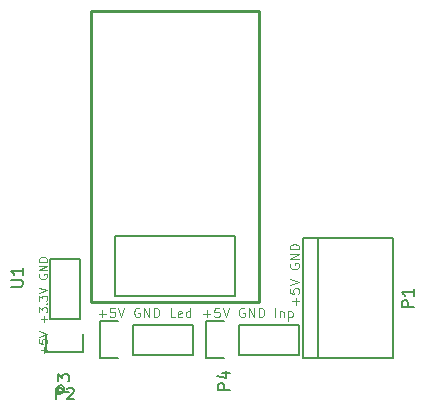
<source format=gbr>
G04 #@! TF.FileFunction,Legend,Top*
%FSLAX46Y46*%
G04 Gerber Fmt 4.6, Leading zero omitted, Abs format (unit mm)*
G04 Created by KiCad (PCBNEW 4.0.3+e1-6302~38~ubuntu15.04.1-stable) date Sat Oct  8 22:08:40 2016*
%MOMM*%
%LPD*%
G01*
G04 APERTURE LIST*
%ADD10C,0.100000*%
%ADD11C,0.080000*%
%ADD12C,0.150000*%
%ADD13C,0.254000*%
%ADD14C,0.152400*%
G04 APERTURE END LIST*
D10*
D11*
X132228571Y-106307143D02*
X132838095Y-106307143D01*
X132533333Y-106611905D02*
X132533333Y-106002381D01*
X133600000Y-105811905D02*
X133219047Y-105811905D01*
X133180952Y-106192857D01*
X133219047Y-106154762D01*
X133295238Y-106116667D01*
X133485714Y-106116667D01*
X133561904Y-106154762D01*
X133600000Y-106192857D01*
X133638095Y-106269048D01*
X133638095Y-106459524D01*
X133600000Y-106535714D01*
X133561904Y-106573810D01*
X133485714Y-106611905D01*
X133295238Y-106611905D01*
X133219047Y-106573810D01*
X133180952Y-106535714D01*
X133866666Y-105811905D02*
X134133333Y-106611905D01*
X134400000Y-105811905D01*
X135695238Y-105850000D02*
X135619047Y-105811905D01*
X135504762Y-105811905D01*
X135390476Y-105850000D01*
X135314285Y-105926190D01*
X135276190Y-106002381D01*
X135238095Y-106154762D01*
X135238095Y-106269048D01*
X135276190Y-106421429D01*
X135314285Y-106497619D01*
X135390476Y-106573810D01*
X135504762Y-106611905D01*
X135580952Y-106611905D01*
X135695238Y-106573810D01*
X135733333Y-106535714D01*
X135733333Y-106269048D01*
X135580952Y-106269048D01*
X136076190Y-106611905D02*
X136076190Y-105811905D01*
X136533333Y-106611905D01*
X136533333Y-105811905D01*
X136914285Y-106611905D02*
X136914285Y-105811905D01*
X137104761Y-105811905D01*
X137219047Y-105850000D01*
X137295238Y-105926190D01*
X137333333Y-106002381D01*
X137371428Y-106154762D01*
X137371428Y-106269048D01*
X137333333Y-106421429D01*
X137295238Y-106497619D01*
X137219047Y-106573810D01*
X137104761Y-106611905D01*
X136914285Y-106611905D01*
X138323809Y-106611905D02*
X138323809Y-105811905D01*
X138704761Y-106078571D02*
X138704761Y-106611905D01*
X138704761Y-106154762D02*
X138742856Y-106116667D01*
X138819047Y-106078571D01*
X138933333Y-106078571D01*
X139009523Y-106116667D01*
X139047618Y-106192857D01*
X139047618Y-106611905D01*
X139428571Y-106078571D02*
X139428571Y-106878571D01*
X139428571Y-106116667D02*
X139504762Y-106078571D01*
X139657143Y-106078571D01*
X139733333Y-106116667D01*
X139771428Y-106154762D01*
X139809524Y-106230952D01*
X139809524Y-106459524D01*
X139771428Y-106535714D01*
X139733333Y-106573810D01*
X139657143Y-106611905D01*
X139504762Y-106611905D01*
X139428571Y-106573810D01*
X123364286Y-106307143D02*
X123973810Y-106307143D01*
X123669048Y-106611905D02*
X123669048Y-106002381D01*
X124735715Y-105811905D02*
X124354762Y-105811905D01*
X124316667Y-106192857D01*
X124354762Y-106154762D01*
X124430953Y-106116667D01*
X124621429Y-106116667D01*
X124697619Y-106154762D01*
X124735715Y-106192857D01*
X124773810Y-106269048D01*
X124773810Y-106459524D01*
X124735715Y-106535714D01*
X124697619Y-106573810D01*
X124621429Y-106611905D01*
X124430953Y-106611905D01*
X124354762Y-106573810D01*
X124316667Y-106535714D01*
X125002381Y-105811905D02*
X125269048Y-106611905D01*
X125535715Y-105811905D01*
X126830953Y-105850000D02*
X126754762Y-105811905D01*
X126640477Y-105811905D01*
X126526191Y-105850000D01*
X126450000Y-105926190D01*
X126411905Y-106002381D01*
X126373810Y-106154762D01*
X126373810Y-106269048D01*
X126411905Y-106421429D01*
X126450000Y-106497619D01*
X126526191Y-106573810D01*
X126640477Y-106611905D01*
X126716667Y-106611905D01*
X126830953Y-106573810D01*
X126869048Y-106535714D01*
X126869048Y-106269048D01*
X126716667Y-106269048D01*
X127211905Y-106611905D02*
X127211905Y-105811905D01*
X127669048Y-106611905D01*
X127669048Y-105811905D01*
X128050000Y-106611905D02*
X128050000Y-105811905D01*
X128240476Y-105811905D01*
X128354762Y-105850000D01*
X128430953Y-105926190D01*
X128469048Y-106002381D01*
X128507143Y-106154762D01*
X128507143Y-106269048D01*
X128469048Y-106421429D01*
X128430953Y-106497619D01*
X128354762Y-106573810D01*
X128240476Y-106611905D01*
X128050000Y-106611905D01*
X129840477Y-106611905D02*
X129459524Y-106611905D01*
X129459524Y-105811905D01*
X130411905Y-106573810D02*
X130335715Y-106611905D01*
X130183334Y-106611905D01*
X130107143Y-106573810D01*
X130069048Y-106497619D01*
X130069048Y-106192857D01*
X130107143Y-106116667D01*
X130183334Y-106078571D01*
X130335715Y-106078571D01*
X130411905Y-106116667D01*
X130450000Y-106192857D01*
X130450000Y-106269048D01*
X130069048Y-106345238D01*
X131135714Y-106611905D02*
X131135714Y-105811905D01*
X131135714Y-106573810D02*
X131059524Y-106611905D01*
X130907143Y-106611905D01*
X130830952Y-106573810D01*
X130792857Y-106535714D01*
X130754762Y-106459524D01*
X130754762Y-106230952D01*
X130792857Y-106154762D01*
X130830952Y-106116667D01*
X130907143Y-106078571D01*
X131059524Y-106078571D01*
X131135714Y-106116667D01*
X118750000Y-109666666D02*
X118750000Y-109133333D01*
X119016667Y-109400000D02*
X118483333Y-109400000D01*
X118316667Y-108466666D02*
X118316667Y-108799999D01*
X118650000Y-108833333D01*
X118616667Y-108799999D01*
X118583333Y-108733333D01*
X118583333Y-108566666D01*
X118616667Y-108499999D01*
X118650000Y-108466666D01*
X118716667Y-108433333D01*
X118883333Y-108433333D01*
X118950000Y-108466666D01*
X118983333Y-108499999D01*
X119016667Y-108566666D01*
X119016667Y-108733333D01*
X118983333Y-108799999D01*
X118950000Y-108833333D01*
X118316667Y-108233332D02*
X119016667Y-107999999D01*
X118316667Y-107766666D01*
X118750000Y-106999999D02*
X118750000Y-106466666D01*
X119016667Y-106733333D02*
X118483333Y-106733333D01*
X118316667Y-106199999D02*
X118316667Y-105766666D01*
X118583333Y-105999999D01*
X118583333Y-105899999D01*
X118616667Y-105833332D01*
X118650000Y-105799999D01*
X118716667Y-105766666D01*
X118883333Y-105766666D01*
X118950000Y-105799999D01*
X118983333Y-105833332D01*
X119016667Y-105899999D01*
X119016667Y-106099999D01*
X118983333Y-106166666D01*
X118950000Y-106199999D01*
X118950000Y-105466665D02*
X118983333Y-105433332D01*
X119016667Y-105466665D01*
X118983333Y-105499999D01*
X118950000Y-105466665D01*
X119016667Y-105466665D01*
X118316667Y-105199999D02*
X118316667Y-104766666D01*
X118583333Y-104999999D01*
X118583333Y-104899999D01*
X118616667Y-104833332D01*
X118650000Y-104799999D01*
X118716667Y-104766666D01*
X118883333Y-104766666D01*
X118950000Y-104799999D01*
X118983333Y-104833332D01*
X119016667Y-104899999D01*
X119016667Y-105099999D01*
X118983333Y-105166666D01*
X118950000Y-105199999D01*
X118316667Y-104566665D02*
X119016667Y-104333332D01*
X118316667Y-104099999D01*
X118350000Y-102966666D02*
X118316667Y-103033332D01*
X118316667Y-103133332D01*
X118350000Y-103233332D01*
X118416667Y-103299999D01*
X118483333Y-103333332D01*
X118616667Y-103366666D01*
X118716667Y-103366666D01*
X118850000Y-103333332D01*
X118916667Y-103299999D01*
X118983333Y-103233332D01*
X119016667Y-103133332D01*
X119016667Y-103066666D01*
X118983333Y-102966666D01*
X118950000Y-102933332D01*
X118716667Y-102933332D01*
X118716667Y-103066666D01*
X119016667Y-102633332D02*
X118316667Y-102633332D01*
X119016667Y-102233332D01*
X118316667Y-102233332D01*
X119016667Y-101899999D02*
X118316667Y-101899999D01*
X118316667Y-101733333D01*
X118350000Y-101633333D01*
X118416667Y-101566666D01*
X118483333Y-101533333D01*
X118616667Y-101499999D01*
X118716667Y-101499999D01*
X118850000Y-101533333D01*
X118916667Y-101566666D01*
X118983333Y-101633333D01*
X119016667Y-101733333D01*
X119016667Y-101899999D01*
X140057143Y-105552381D02*
X140057143Y-104942857D01*
X140361905Y-105247619D02*
X139752381Y-105247619D01*
X139561905Y-104180952D02*
X139561905Y-104561905D01*
X139942857Y-104600000D01*
X139904762Y-104561905D01*
X139866667Y-104485714D01*
X139866667Y-104295238D01*
X139904762Y-104219048D01*
X139942857Y-104180952D01*
X140019048Y-104142857D01*
X140209524Y-104142857D01*
X140285714Y-104180952D01*
X140323810Y-104219048D01*
X140361905Y-104295238D01*
X140361905Y-104485714D01*
X140323810Y-104561905D01*
X140285714Y-104600000D01*
X139561905Y-103914286D02*
X140361905Y-103647619D01*
X139561905Y-103380952D01*
X139600000Y-102085714D02*
X139561905Y-102161905D01*
X139561905Y-102276190D01*
X139600000Y-102390476D01*
X139676190Y-102466667D01*
X139752381Y-102504762D01*
X139904762Y-102542857D01*
X140019048Y-102542857D01*
X140171429Y-102504762D01*
X140247619Y-102466667D01*
X140323810Y-102390476D01*
X140361905Y-102276190D01*
X140361905Y-102200000D01*
X140323810Y-102085714D01*
X140285714Y-102047619D01*
X140019048Y-102047619D01*
X140019048Y-102200000D01*
X140361905Y-101704762D02*
X139561905Y-101704762D01*
X140361905Y-101247619D01*
X139561905Y-101247619D01*
X140361905Y-100866667D02*
X139561905Y-100866667D01*
X139561905Y-100676191D01*
X139600000Y-100561905D01*
X139676190Y-100485714D01*
X139752381Y-100447619D01*
X139904762Y-100409524D01*
X140019048Y-100409524D01*
X140171429Y-100447619D01*
X140247619Y-100485714D01*
X140323810Y-100561905D01*
X140361905Y-100676191D01*
X140361905Y-100866667D01*
D12*
X126270000Y-109770000D02*
X131350000Y-109770000D01*
X131350000Y-109770000D02*
X131350000Y-107230000D01*
X131350000Y-107230000D02*
X126270000Y-107230000D01*
X123450000Y-106950000D02*
X125000000Y-106950000D01*
X126270000Y-107230000D02*
X126270000Y-109770000D01*
X125000000Y-110050000D02*
X123450000Y-110050000D01*
X123450000Y-110050000D02*
X123450000Y-106950000D01*
D13*
X122698000Y-105278000D02*
X122698000Y-80640000D01*
X122698000Y-80640000D02*
X136922000Y-80640000D01*
X136922000Y-80640000D02*
X136922000Y-105278000D01*
X136922000Y-105278000D02*
X122698000Y-105278000D01*
D14*
X124730000Y-102230000D02*
X124730000Y-104770000D01*
X124730000Y-104770000D02*
X127270000Y-104770000D01*
X127270000Y-104770000D02*
X134890000Y-104770000D01*
X134890000Y-104770000D02*
X134890000Y-99690000D01*
X134890000Y-99690000D02*
X124730000Y-99690000D01*
X124730000Y-99690000D02*
X124730000Y-102230000D01*
D12*
X141960000Y-110080000D02*
X141960000Y-99920000D01*
X140690000Y-110080000D02*
X148310000Y-110080000D01*
X148310000Y-110080000D02*
X148310000Y-99920000D01*
X148310000Y-99920000D02*
X140690000Y-99920000D01*
X140690000Y-99920000D02*
X140690000Y-110080000D01*
X121770000Y-106730000D02*
X121770000Y-101650000D01*
X121770000Y-101650000D02*
X119230000Y-101650000D01*
X119230000Y-101650000D02*
X119230000Y-106730000D01*
X118950000Y-109550000D02*
X118950000Y-108000000D01*
X119230000Y-106730000D02*
X121770000Y-106730000D01*
X122050000Y-108000000D02*
X122050000Y-109550000D01*
X122050000Y-109550000D02*
X118950000Y-109550000D01*
X135270000Y-109770000D02*
X140350000Y-109770000D01*
X140350000Y-109770000D02*
X140350000Y-107230000D01*
X140350000Y-107230000D02*
X135270000Y-107230000D01*
X132450000Y-106950000D02*
X134000000Y-106950000D01*
X135270000Y-107230000D02*
X135270000Y-109770000D01*
X134000000Y-110050000D02*
X132450000Y-110050000D01*
X132450000Y-110050000D02*
X132450000Y-106950000D01*
X120892381Y-112938095D02*
X119892381Y-112938095D01*
X119892381Y-112557142D01*
X119940000Y-112461904D01*
X119987619Y-112414285D01*
X120082857Y-112366666D01*
X120225714Y-112366666D01*
X120320952Y-112414285D01*
X120368571Y-112461904D01*
X120416190Y-112557142D01*
X120416190Y-112938095D01*
X119892381Y-112033333D02*
X119892381Y-111414285D01*
X120273333Y-111747619D01*
X120273333Y-111604761D01*
X120320952Y-111509523D01*
X120368571Y-111461904D01*
X120463810Y-111414285D01*
X120701905Y-111414285D01*
X120797143Y-111461904D01*
X120844762Y-111509523D01*
X120892381Y-111604761D01*
X120892381Y-111890476D01*
X120844762Y-111985714D01*
X120797143Y-112033333D01*
X115952381Y-104011905D02*
X116761905Y-104011905D01*
X116857143Y-103964286D01*
X116904762Y-103916667D01*
X116952381Y-103821429D01*
X116952381Y-103630952D01*
X116904762Y-103535714D01*
X116857143Y-103488095D01*
X116761905Y-103440476D01*
X115952381Y-103440476D01*
X116952381Y-102440476D02*
X116952381Y-103011905D01*
X116952381Y-102726191D02*
X115952381Y-102726191D01*
X116095238Y-102821429D01*
X116190476Y-102916667D01*
X116238095Y-103011905D01*
X150032381Y-105738095D02*
X149032381Y-105738095D01*
X149032381Y-105357142D01*
X149080000Y-105261904D01*
X149127619Y-105214285D01*
X149222857Y-105166666D01*
X149365714Y-105166666D01*
X149460952Y-105214285D01*
X149508571Y-105261904D01*
X149556190Y-105357142D01*
X149556190Y-105738095D01*
X150032381Y-104214285D02*
X150032381Y-104785714D01*
X150032381Y-104500000D02*
X149032381Y-104500000D01*
X149175238Y-104595238D01*
X149270476Y-104690476D01*
X149318095Y-104785714D01*
X119761905Y-113552381D02*
X119761905Y-112552381D01*
X120142858Y-112552381D01*
X120238096Y-112600000D01*
X120285715Y-112647619D01*
X120333334Y-112742857D01*
X120333334Y-112885714D01*
X120285715Y-112980952D01*
X120238096Y-113028571D01*
X120142858Y-113076190D01*
X119761905Y-113076190D01*
X120714286Y-112647619D02*
X120761905Y-112600000D01*
X120857143Y-112552381D01*
X121095239Y-112552381D01*
X121190477Y-112600000D01*
X121238096Y-112647619D01*
X121285715Y-112742857D01*
X121285715Y-112838095D01*
X121238096Y-112980952D01*
X120666667Y-113552381D01*
X121285715Y-113552381D01*
X134452381Y-112738095D02*
X133452381Y-112738095D01*
X133452381Y-112357142D01*
X133500000Y-112261904D01*
X133547619Y-112214285D01*
X133642857Y-112166666D01*
X133785714Y-112166666D01*
X133880952Y-112214285D01*
X133928571Y-112261904D01*
X133976190Y-112357142D01*
X133976190Y-112738095D01*
X133785714Y-111309523D02*
X134452381Y-111309523D01*
X133404762Y-111547619D02*
X134119048Y-111785714D01*
X134119048Y-111166666D01*
M02*

</source>
